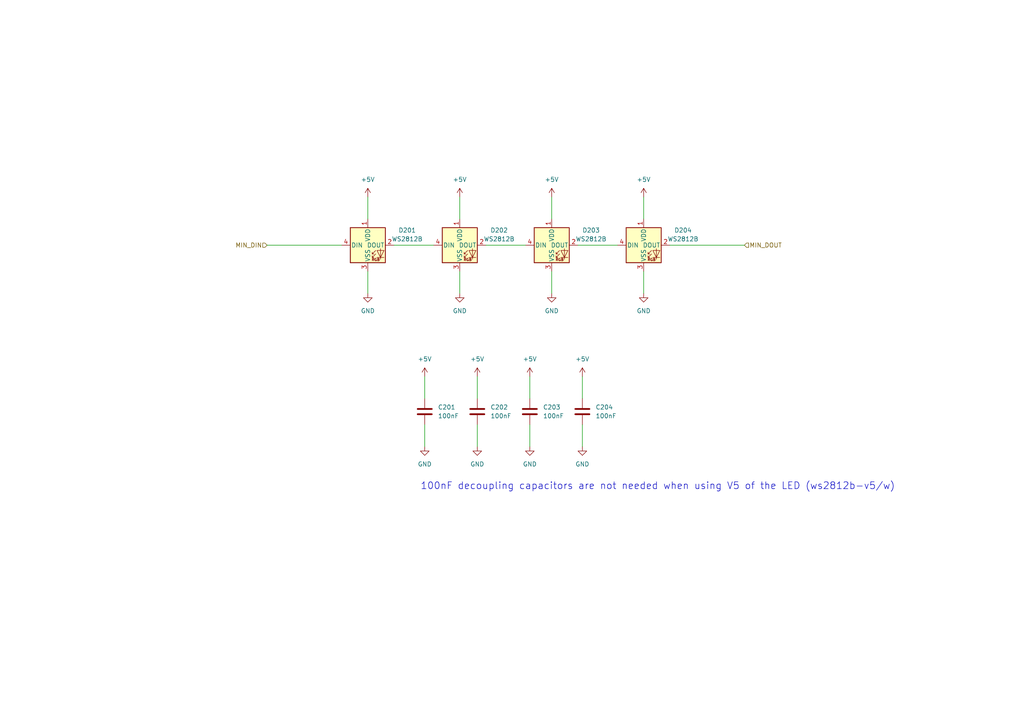
<source format=kicad_sch>
(kicad_sch (version 20211123) (generator eeschema)

  (uuid d04e2883-51ee-4ef0-93e6-204c98d44f20)

  (paper "A4")

  (title_block
    (title "Wordclock Minute LEDs")
    (date "2022-08-28")
    (rev "2.1")
    (company "matty337s")
    (comment 1 "minutes between 5 minute intervals.")
    (comment 2 "4x LEDs on controller board for displaying ")
  )

  (lib_symbols
    (symbol "Device:C" (pin_numbers hide) (pin_names (offset 0.254)) (in_bom yes) (on_board yes)
      (property "Reference" "C" (id 0) (at 0.635 2.54 0)
        (effects (font (size 1.27 1.27)) (justify left))
      )
      (property "Value" "C" (id 1) (at 0.635 -2.54 0)
        (effects (font (size 1.27 1.27)) (justify left))
      )
      (property "Footprint" "" (id 2) (at 0.9652 -3.81 0)
        (effects (font (size 1.27 1.27)) hide)
      )
      (property "Datasheet" "~" (id 3) (at 0 0 0)
        (effects (font (size 1.27 1.27)) hide)
      )
      (property "ki_keywords" "cap capacitor" (id 4) (at 0 0 0)
        (effects (font (size 1.27 1.27)) hide)
      )
      (property "ki_description" "Unpolarized capacitor" (id 5) (at 0 0 0)
        (effects (font (size 1.27 1.27)) hide)
      )
      (property "ki_fp_filters" "C_*" (id 6) (at 0 0 0)
        (effects (font (size 1.27 1.27)) hide)
      )
      (symbol "C_0_1"
        (polyline
          (pts
            (xy -2.032 -0.762)
            (xy 2.032 -0.762)
          )
          (stroke (width 0.508) (type default) (color 0 0 0 0))
          (fill (type none))
        )
        (polyline
          (pts
            (xy -2.032 0.762)
            (xy 2.032 0.762)
          )
          (stroke (width 0.508) (type default) (color 0 0 0 0))
          (fill (type none))
        )
      )
      (symbol "C_1_1"
        (pin passive line (at 0 3.81 270) (length 2.794)
          (name "~" (effects (font (size 1.27 1.27))))
          (number "1" (effects (font (size 1.27 1.27))))
        )
        (pin passive line (at 0 -3.81 90) (length 2.794)
          (name "~" (effects (font (size 1.27 1.27))))
          (number "2" (effects (font (size 1.27 1.27))))
        )
      )
    )
    (symbol "LED:WS2812B" (pin_names (offset 0.254)) (in_bom yes) (on_board yes)
      (property "Reference" "D" (id 0) (at 5.08 5.715 0)
        (effects (font (size 1.27 1.27)) (justify right bottom))
      )
      (property "Value" "WS2812B" (id 1) (at 1.27 -5.715 0)
        (effects (font (size 1.27 1.27)) (justify left top))
      )
      (property "Footprint" "LED_SMD:LED_WS2812B_PLCC4_5.0x5.0mm_P3.2mm" (id 2) (at 1.27 -7.62 0)
        (effects (font (size 1.27 1.27)) (justify left top) hide)
      )
      (property "Datasheet" "https://cdn-shop.adafruit.com/datasheets/WS2812B.pdf" (id 3) (at 2.54 -9.525 0)
        (effects (font (size 1.27 1.27)) (justify left top) hide)
      )
      (property "ki_keywords" "RGB LED NeoPixel addressable" (id 4) (at 0 0 0)
        (effects (font (size 1.27 1.27)) hide)
      )
      (property "ki_description" "RGB LED with integrated controller" (id 5) (at 0 0 0)
        (effects (font (size 1.27 1.27)) hide)
      )
      (property "ki_fp_filters" "LED*WS2812*PLCC*5.0x5.0mm*P3.2mm*" (id 6) (at 0 0 0)
        (effects (font (size 1.27 1.27)) hide)
      )
      (symbol "WS2812B_0_0"
        (text "RGB" (at 2.286 -4.191 0)
          (effects (font (size 0.762 0.762)))
        )
      )
      (symbol "WS2812B_0_1"
        (polyline
          (pts
            (xy 1.27 -3.556)
            (xy 1.778 -3.556)
          )
          (stroke (width 0) (type default) (color 0 0 0 0))
          (fill (type none))
        )
        (polyline
          (pts
            (xy 1.27 -2.54)
            (xy 1.778 -2.54)
          )
          (stroke (width 0) (type default) (color 0 0 0 0))
          (fill (type none))
        )
        (polyline
          (pts
            (xy 4.699 -3.556)
            (xy 2.667 -3.556)
          )
          (stroke (width 0) (type default) (color 0 0 0 0))
          (fill (type none))
        )
        (polyline
          (pts
            (xy 2.286 -2.54)
            (xy 1.27 -3.556)
            (xy 1.27 -3.048)
          )
          (stroke (width 0) (type default) (color 0 0 0 0))
          (fill (type none))
        )
        (polyline
          (pts
            (xy 2.286 -1.524)
            (xy 1.27 -2.54)
            (xy 1.27 -2.032)
          )
          (stroke (width 0) (type default) (color 0 0 0 0))
          (fill (type none))
        )
        (polyline
          (pts
            (xy 3.683 -1.016)
            (xy 3.683 -3.556)
            (xy 3.683 -4.064)
          )
          (stroke (width 0) (type default) (color 0 0 0 0))
          (fill (type none))
        )
        (polyline
          (pts
            (xy 4.699 -1.524)
            (xy 2.667 -1.524)
            (xy 3.683 -3.556)
            (xy 4.699 -1.524)
          )
          (stroke (width 0) (type default) (color 0 0 0 0))
          (fill (type none))
        )
        (rectangle (start 5.08 5.08) (end -5.08 -5.08)
          (stroke (width 0.254) (type default) (color 0 0 0 0))
          (fill (type background))
        )
      )
      (symbol "WS2812B_1_1"
        (pin power_in line (at 0 7.62 270) (length 2.54)
          (name "VDD" (effects (font (size 1.27 1.27))))
          (number "1" (effects (font (size 1.27 1.27))))
        )
        (pin output line (at 7.62 0 180) (length 2.54)
          (name "DOUT" (effects (font (size 1.27 1.27))))
          (number "2" (effects (font (size 1.27 1.27))))
        )
        (pin power_in line (at 0 -7.62 90) (length 2.54)
          (name "VSS" (effects (font (size 1.27 1.27))))
          (number "3" (effects (font (size 1.27 1.27))))
        )
        (pin input line (at -7.62 0 0) (length 2.54)
          (name "DIN" (effects (font (size 1.27 1.27))))
          (number "4" (effects (font (size 1.27 1.27))))
        )
      )
    )
    (symbol "power:+5V" (power) (pin_names (offset 0)) (in_bom yes) (on_board yes)
      (property "Reference" "#PWR" (id 0) (at 0 -3.81 0)
        (effects (font (size 1.27 1.27)) hide)
      )
      (property "Value" "+5V" (id 1) (at 0 3.556 0)
        (effects (font (size 1.27 1.27)))
      )
      (property "Footprint" "" (id 2) (at 0 0 0)
        (effects (font (size 1.27 1.27)) hide)
      )
      (property "Datasheet" "" (id 3) (at 0 0 0)
        (effects (font (size 1.27 1.27)) hide)
      )
      (property "ki_keywords" "power-flag" (id 4) (at 0 0 0)
        (effects (font (size 1.27 1.27)) hide)
      )
      (property "ki_description" "Power symbol creates a global label with name \"+5V\"" (id 5) (at 0 0 0)
        (effects (font (size 1.27 1.27)) hide)
      )
      (symbol "+5V_0_1"
        (polyline
          (pts
            (xy -0.762 1.27)
            (xy 0 2.54)
          )
          (stroke (width 0) (type default) (color 0 0 0 0))
          (fill (type none))
        )
        (polyline
          (pts
            (xy 0 0)
            (xy 0 2.54)
          )
          (stroke (width 0) (type default) (color 0 0 0 0))
          (fill (type none))
        )
        (polyline
          (pts
            (xy 0 2.54)
            (xy 0.762 1.27)
          )
          (stroke (width 0) (type default) (color 0 0 0 0))
          (fill (type none))
        )
      )
      (symbol "+5V_1_1"
        (pin power_in line (at 0 0 90) (length 0) hide
          (name "+5V" (effects (font (size 1.27 1.27))))
          (number "1" (effects (font (size 1.27 1.27))))
        )
      )
    )
    (symbol "power:GND" (power) (pin_names (offset 0)) (in_bom yes) (on_board yes)
      (property "Reference" "#PWR" (id 0) (at 0 -6.35 0)
        (effects (font (size 1.27 1.27)) hide)
      )
      (property "Value" "GND" (id 1) (at 0 -3.81 0)
        (effects (font (size 1.27 1.27)))
      )
      (property "Footprint" "" (id 2) (at 0 0 0)
        (effects (font (size 1.27 1.27)) hide)
      )
      (property "Datasheet" "" (id 3) (at 0 0 0)
        (effects (font (size 1.27 1.27)) hide)
      )
      (property "ki_keywords" "power-flag" (id 4) (at 0 0 0)
        (effects (font (size 1.27 1.27)) hide)
      )
      (property "ki_description" "Power symbol creates a global label with name \"GND\" , ground" (id 5) (at 0 0 0)
        (effects (font (size 1.27 1.27)) hide)
      )
      (symbol "GND_0_1"
        (polyline
          (pts
            (xy 0 0)
            (xy 0 -1.27)
            (xy 1.27 -1.27)
            (xy 0 -2.54)
            (xy -1.27 -1.27)
            (xy 0 -1.27)
          )
          (stroke (width 0) (type default) (color 0 0 0 0))
          (fill (type none))
        )
      )
      (symbol "GND_1_1"
        (pin power_in line (at 0 0 270) (length 0) hide
          (name "GND" (effects (font (size 1.27 1.27))))
          (number "1" (effects (font (size 1.27 1.27))))
        )
      )
    )
  )


  (wire (pts (xy 168.91 109.22) (xy 168.91 115.57))
    (stroke (width 0) (type default) (color 0 0 0 0))
    (uuid 0520f108-880d-4bdc-8fc0-e01e0f32b54c)
  )
  (wire (pts (xy 160.02 78.74) (xy 160.02 85.09))
    (stroke (width 0) (type default) (color 0 0 0 0))
    (uuid 18fd18f1-4c7d-4b84-a472-1a6987a5c6f9)
  )
  (wire (pts (xy 168.91 123.19) (xy 168.91 129.54))
    (stroke (width 0) (type default) (color 0 0 0 0))
    (uuid 1b012919-2af8-4ee6-8ca7-d0ea300ee41e)
  )
  (wire (pts (xy 123.19 123.19) (xy 123.19 129.54))
    (stroke (width 0) (type default) (color 0 0 0 0))
    (uuid 1d2f4d7d-39d0-41a9-ab10-e60579e48a19)
  )
  (wire (pts (xy 133.35 57.15) (xy 133.35 63.5))
    (stroke (width 0) (type default) (color 0 0 0 0))
    (uuid 34009457-8472-4a30-a567-bb3c09c7b0b6)
  )
  (wire (pts (xy 133.35 78.74) (xy 133.35 85.09))
    (stroke (width 0) (type default) (color 0 0 0 0))
    (uuid 3740439e-009c-4871-9efc-2ab20fe342b5)
  )
  (wire (pts (xy 194.31 71.12) (xy 215.9 71.12))
    (stroke (width 0) (type default) (color 0 0 0 0))
    (uuid 4a9f3b1c-d05b-46f5-9299-ff853ef77c94)
  )
  (wire (pts (xy 153.67 109.22) (xy 153.67 115.57))
    (stroke (width 0) (type default) (color 0 0 0 0))
    (uuid 580dcced-9894-492f-8ff1-ac98f0262b20)
  )
  (wire (pts (xy 140.97 71.12) (xy 152.4 71.12))
    (stroke (width 0) (type default) (color 0 0 0 0))
    (uuid 75e8891c-5455-49fb-a1c9-362ebf64b8e8)
  )
  (wire (pts (xy 153.67 123.19) (xy 153.67 129.54))
    (stroke (width 0) (type default) (color 0 0 0 0))
    (uuid 7f32c6b9-d20b-4ac9-8945-d21036419608)
  )
  (wire (pts (xy 160.02 57.15) (xy 160.02 63.5))
    (stroke (width 0) (type default) (color 0 0 0 0))
    (uuid 8a7157df-7850-42b5-ae19-26e98dfca2c0)
  )
  (wire (pts (xy 186.69 57.15) (xy 186.69 63.5))
    (stroke (width 0) (type default) (color 0 0 0 0))
    (uuid 8cc58fd6-3362-405a-918d-5bfbdfee53d8)
  )
  (wire (pts (xy 114.3 71.12) (xy 125.73 71.12))
    (stroke (width 0) (type default) (color 0 0 0 0))
    (uuid 9a31e2a8-d67e-4400-b658-ec34142150f8)
  )
  (wire (pts (xy 77.47 71.12) (xy 99.06 71.12))
    (stroke (width 0) (type default) (color 0 0 0 0))
    (uuid a60336f0-f5f8-460d-834e-f057182bb4bb)
  )
  (wire (pts (xy 167.64 71.12) (xy 179.07 71.12))
    (stroke (width 0) (type default) (color 0 0 0 0))
    (uuid a67a2301-7c26-490b-9686-9921c5c19bb4)
  )
  (wire (pts (xy 123.19 109.22) (xy 123.19 115.57))
    (stroke (width 0) (type default) (color 0 0 0 0))
    (uuid ab388110-4536-4eb2-8566-5964e50b9712)
  )
  (wire (pts (xy 106.68 78.74) (xy 106.68 85.09))
    (stroke (width 0) (type default) (color 0 0 0 0))
    (uuid ab422d1c-9501-4c7b-b73a-cf2dc7b0f73f)
  )
  (wire (pts (xy 138.43 123.19) (xy 138.43 129.54))
    (stroke (width 0) (type default) (color 0 0 0 0))
    (uuid afb374a6-586e-4bd9-a084-d03609b9cf5f)
  )
  (wire (pts (xy 186.69 78.74) (xy 186.69 85.09))
    (stroke (width 0) (type default) (color 0 0 0 0))
    (uuid bb845ed4-4c1d-4524-8069-4e2fec377243)
  )
  (wire (pts (xy 106.68 57.15) (xy 106.68 63.5))
    (stroke (width 0) (type default) (color 0 0 0 0))
    (uuid c2ee6910-40f0-4f4c-98be-139676538c78)
  )
  (wire (pts (xy 138.43 109.22) (xy 138.43 115.57))
    (stroke (width 0) (type default) (color 0 0 0 0))
    (uuid d6ba6752-5ebb-45aa-9e2f-6110259a58f5)
  )

  (text "100nF decoupling capacitors are not needed when using V5 of the LED (ws2812b-v5/w)"
    (at 121.92 142.24 0)
    (effects (font (size 2 2)) (justify left bottom))
    (uuid 8d4eced6-57c6-41ff-b149-3e1523752ff2)
  )

  (hierarchical_label "MIN_DOUT" (shape input) (at 215.9 71.12 0)
    (effects (font (size 1.27 1.27)) (justify left))
    (uuid 7a8eefaf-dffe-43e8-b870-a59b7691965b)
  )
  (hierarchical_label "MIN_DIN" (shape input) (at 77.47 71.12 180)
    (effects (font (size 1.27 1.27)) (justify right))
    (uuid e810430f-9503-48c4-b6ca-8da919b6409b)
  )

  (symbol (lib_id "LED:WS2812B") (at 106.68 71.12 0) (unit 1)
    (in_bom yes) (on_board yes) (fields_autoplaced)
    (uuid 04d3c887-fd58-4e8d-afff-a42961006f8f)
    (property "Reference" "D201" (id 0) (at 118.11 66.7893 0))
    (property "Value" "WS2812B" (id 1) (at 118.11 69.3293 0))
    (property "Footprint" "LED_SMD:LED_WS2812B_PLCC4_5.0x5.0mm_P3.2mm" (id 2) (at 107.95 78.74 0)
      (effects (font (size 1.27 1.27)) (justify left top) hide)
    )
    (property "Datasheet" "https://cdn-shop.adafruit.com/datasheets/WS2812B.pdf" (id 3) (at 109.22 80.645 0)
      (effects (font (size 1.27 1.27)) (justify left top) hide)
    )
    (property "LCSC" "C14663" (id 4) (at 118.11 66.7893 0)
      (effects (font (size 1.27 1.27)) hide)
    )
    (pin "1" (uuid 37c51b20-0a55-4727-a6e5-eb7f239d6b1c))
    (pin "2" (uuid ec7cf9c2-f528-4dbf-a2b9-a3aa0ddc963d))
    (pin "3" (uuid a969119f-cd91-43ec-a777-873038b2b7bc))
    (pin "4" (uuid 2e58766c-c9d2-4862-a9e3-66f4df86be4c))
  )

  (symbol (lib_id "power:GND") (at 168.91 129.54 0) (unit 1)
    (in_bom yes) (on_board yes) (fields_autoplaced)
    (uuid 189d77a7-c7dc-40b0-b845-23c04e78fe1d)
    (property "Reference" "#PWR0220" (id 0) (at 168.91 135.89 0)
      (effects (font (size 1.27 1.27)) hide)
    )
    (property "Value" "GND" (id 1) (at 168.91 134.62 0))
    (property "Footprint" "" (id 2) (at 168.91 129.54 0)
      (effects (font (size 1.27 1.27)) hide)
    )
    (property "Datasheet" "" (id 3) (at 168.91 129.54 0)
      (effects (font (size 1.27 1.27)) hide)
    )
    (property "LCSC" "C14663" (id 4) (at 168.91 135.89 0)
      (effects (font (size 1.27 1.27)) hide)
    )
    (pin "1" (uuid ae284463-0013-4d4b-a1a0-73c4e51d5290))
  )

  (symbol (lib_id "Device:C") (at 168.91 119.38 0) (unit 1)
    (in_bom yes) (on_board yes) (fields_autoplaced)
    (uuid 2069e9aa-98ae-443d-a59d-33869d20b980)
    (property "Reference" "C204" (id 0) (at 172.72 118.1099 0)
      (effects (font (size 1.27 1.27)) (justify left))
    )
    (property "Value" "100nF" (id 1) (at 172.72 120.6499 0)
      (effects (font (size 1.27 1.27)) (justify left))
    )
    (property "Footprint" "Capacitor_SMD:C_0603_1608Metric" (id 2) (at 169.8752 123.19 0)
      (effects (font (size 1.27 1.27)) hide)
    )
    (property "Datasheet" "~" (id 3) (at 168.91 119.38 0)
      (effects (font (size 1.27 1.27)) hide)
    )
    (property "LCSC" "C14663" (id 4) (at 172.72 118.1099 0)
      (effects (font (size 1.27 1.27)) hide)
    )
    (pin "1" (uuid 6e5c8879-c334-4b60-831f-f00d7a8d2254))
    (pin "2" (uuid a8e67272-894f-4830-97bd-531a2225f4d6))
  )

  (symbol (lib_id "power:GND") (at 133.35 85.09 0) (unit 1)
    (in_bom yes) (on_board yes) (fields_autoplaced)
    (uuid 215af695-e126-41c4-9f47-6796fc2d71dc)
    (property "Reference" "#PWR0210" (id 0) (at 133.35 91.44 0)
      (effects (font (size 1.27 1.27)) hide)
    )
    (property "Value" "GND" (id 1) (at 133.35 90.17 0))
    (property "Footprint" "" (id 2) (at 133.35 85.09 0)
      (effects (font (size 1.27 1.27)) hide)
    )
    (property "Datasheet" "" (id 3) (at 133.35 85.09 0)
      (effects (font (size 1.27 1.27)) hide)
    )
    (property "LCSC" "C14663" (id 4) (at 133.35 91.44 0)
      (effects (font (size 1.27 1.27)) hide)
    )
    (pin "1" (uuid ca1edcf1-79e0-4375-9c85-feb93ed8817d))
  )

  (symbol (lib_id "power:GND") (at 123.19 129.54 0) (unit 1)
    (in_bom yes) (on_board yes) (fields_autoplaced)
    (uuid 23485398-a1d6-4f01-9265-20df4efd65d6)
    (property "Reference" "#PWR0217" (id 0) (at 123.19 135.89 0)
      (effects (font (size 1.27 1.27)) hide)
    )
    (property "Value" "GND" (id 1) (at 123.19 134.62 0))
    (property "Footprint" "" (id 2) (at 123.19 129.54 0)
      (effects (font (size 1.27 1.27)) hide)
    )
    (property "Datasheet" "" (id 3) (at 123.19 129.54 0)
      (effects (font (size 1.27 1.27)) hide)
    )
    (property "LCSC" "C14663" (id 4) (at 123.19 135.89 0)
      (effects (font (size 1.27 1.27)) hide)
    )
    (pin "1" (uuid 7c1fe3cf-7545-4e5f-93a0-638828200982))
  )

  (symbol (lib_id "power:GND") (at 160.02 85.09 0) (unit 1)
    (in_bom yes) (on_board yes) (fields_autoplaced)
    (uuid 2edda5e4-ba6d-47b7-9ca6-a3b77474b002)
    (property "Reference" "#PWR0211" (id 0) (at 160.02 91.44 0)
      (effects (font (size 1.27 1.27)) hide)
    )
    (property "Value" "GND" (id 1) (at 160.02 90.17 0))
    (property "Footprint" "" (id 2) (at 160.02 85.09 0)
      (effects (font (size 1.27 1.27)) hide)
    )
    (property "Datasheet" "" (id 3) (at 160.02 85.09 0)
      (effects (font (size 1.27 1.27)) hide)
    )
    (property "LCSC" "C14663" (id 4) (at 160.02 91.44 0)
      (effects (font (size 1.27 1.27)) hide)
    )
    (pin "1" (uuid d9d88a92-f9b7-4db3-be77-0a3577e69260))
  )

  (symbol (lib_id "power:+5V") (at 160.02 57.15 0) (unit 1)
    (in_bom yes) (on_board yes) (fields_autoplaced)
    (uuid 3b42a118-6325-4aaa-a1de-bb8074a50b74)
    (property "Reference" "#PWR0203" (id 0) (at 160.02 60.96 0)
      (effects (font (size 1.27 1.27)) hide)
    )
    (property "Value" "+5V" (id 1) (at 160.02 52.07 0))
    (property "Footprint" "" (id 2) (at 160.02 57.15 0)
      (effects (font (size 1.27 1.27)) hide)
    )
    (property "Datasheet" "" (id 3) (at 160.02 57.15 0)
      (effects (font (size 1.27 1.27)) hide)
    )
    (property "LCSC" "C14663" (id 4) (at 160.02 60.96 0)
      (effects (font (size 1.27 1.27)) hide)
    )
    (pin "1" (uuid abf16f09-eee1-444f-8ab5-beba0ac092b5))
  )

  (symbol (lib_id "power:GND") (at 106.68 85.09 0) (unit 1)
    (in_bom yes) (on_board yes) (fields_autoplaced)
    (uuid 4497a361-d4eb-4a8f-a2db-ed22e0a154a6)
    (property "Reference" "#PWR0209" (id 0) (at 106.68 91.44 0)
      (effects (font (size 1.27 1.27)) hide)
    )
    (property "Value" "GND" (id 1) (at 106.68 90.17 0))
    (property "Footprint" "" (id 2) (at 106.68 85.09 0)
      (effects (font (size 1.27 1.27)) hide)
    )
    (property "Datasheet" "" (id 3) (at 106.68 85.09 0)
      (effects (font (size 1.27 1.27)) hide)
    )
    (property "LCSC" "C14663" (id 4) (at 106.68 91.44 0)
      (effects (font (size 1.27 1.27)) hide)
    )
    (pin "1" (uuid 79c87784-cc27-409a-8879-48ac171d4bb5))
  )

  (symbol (lib_id "LED:WS2812B") (at 133.35 71.12 0) (unit 1)
    (in_bom yes) (on_board yes) (fields_autoplaced)
    (uuid 56d157ff-0ebb-4456-8b5a-5bd1ca45689f)
    (property "Reference" "D202" (id 0) (at 144.78 66.7893 0))
    (property "Value" "WS2812B" (id 1) (at 144.78 69.3293 0))
    (property "Footprint" "LED_SMD:LED_WS2812B_PLCC4_5.0x5.0mm_P3.2mm" (id 2) (at 134.62 78.74 0)
      (effects (font (size 1.27 1.27)) (justify left top) hide)
    )
    (property "Datasheet" "https://cdn-shop.adafruit.com/datasheets/WS2812B.pdf" (id 3) (at 135.89 80.645 0)
      (effects (font (size 1.27 1.27)) (justify left top) hide)
    )
    (property "LCSC" "C14663" (id 4) (at 144.78 66.7893 0)
      (effects (font (size 1.27 1.27)) hide)
    )
    (pin "1" (uuid f5647e46-9a43-4d1b-becd-55c3762fa31f))
    (pin "2" (uuid 06729a9b-4220-4eaa-8fb0-1b8566eb5cbc))
    (pin "3" (uuid 92d70718-aa86-4a18-b315-6545dbdc429a))
    (pin "4" (uuid 69912514-1ce7-441f-93e2-db08134b81e1))
  )

  (symbol (lib_id "power:GND") (at 186.69 85.09 0) (unit 1)
    (in_bom yes) (on_board yes) (fields_autoplaced)
    (uuid 71097da8-8a12-4a13-8bce-8cfee32d9211)
    (property "Reference" "#PWR0212" (id 0) (at 186.69 91.44 0)
      (effects (font (size 1.27 1.27)) hide)
    )
    (property "Value" "GND" (id 1) (at 186.69 90.17 0))
    (property "Footprint" "" (id 2) (at 186.69 85.09 0)
      (effects (font (size 1.27 1.27)) hide)
    )
    (property "Datasheet" "" (id 3) (at 186.69 85.09 0)
      (effects (font (size 1.27 1.27)) hide)
    )
    (property "LCSC" "C14663" (id 4) (at 186.69 91.44 0)
      (effects (font (size 1.27 1.27)) hide)
    )
    (pin "1" (uuid df22b6a0-f5ef-4e5f-a6d2-a31670a8211a))
  )

  (symbol (lib_id "Device:C") (at 153.67 119.38 0) (unit 1)
    (in_bom yes) (on_board yes) (fields_autoplaced)
    (uuid 7515e520-cd30-4a93-81ca-a2c63df58958)
    (property "Reference" "C203" (id 0) (at 157.48 118.1099 0)
      (effects (font (size 1.27 1.27)) (justify left))
    )
    (property "Value" "100nF" (id 1) (at 157.48 120.6499 0)
      (effects (font (size 1.27 1.27)) (justify left))
    )
    (property "Footprint" "Capacitor_SMD:C_0603_1608Metric" (id 2) (at 154.6352 123.19 0)
      (effects (font (size 1.27 1.27)) hide)
    )
    (property "Datasheet" "~" (id 3) (at 153.67 119.38 0)
      (effects (font (size 1.27 1.27)) hide)
    )
    (property "LCSC" "C14663" (id 4) (at 157.48 118.1099 0)
      (effects (font (size 1.27 1.27)) hide)
    )
    (pin "1" (uuid 3ca89267-adeb-4595-a5bc-fcb18aff6137))
    (pin "2" (uuid 16250f3e-eb9b-4246-868d-5e79afee7ac8))
  )

  (symbol (lib_id "power:+5V") (at 123.19 109.22 0) (unit 1)
    (in_bom yes) (on_board yes) (fields_autoplaced)
    (uuid 7a3f1ac8-9f79-4d14-a112-de91b309dcdd)
    (property "Reference" "#PWR0213" (id 0) (at 123.19 113.03 0)
      (effects (font (size 1.27 1.27)) hide)
    )
    (property "Value" "+5V" (id 1) (at 123.19 104.14 0))
    (property "Footprint" "" (id 2) (at 123.19 109.22 0)
      (effects (font (size 1.27 1.27)) hide)
    )
    (property "Datasheet" "" (id 3) (at 123.19 109.22 0)
      (effects (font (size 1.27 1.27)) hide)
    )
    (property "LCSC" "C14663" (id 4) (at 123.19 113.03 0)
      (effects (font (size 1.27 1.27)) hide)
    )
    (pin "1" (uuid 696100f0-98ce-422e-a5d6-567d6abd1d81))
  )

  (symbol (lib_id "power:+5V") (at 153.67 109.22 0) (unit 1)
    (in_bom yes) (on_board yes) (fields_autoplaced)
    (uuid 7b164c91-a932-4e4a-924b-026f83dfe515)
    (property "Reference" "#PWR0215" (id 0) (at 153.67 113.03 0)
      (effects (font (size 1.27 1.27)) hide)
    )
    (property "Value" "+5V" (id 1) (at 153.67 104.14 0))
    (property "Footprint" "" (id 2) (at 153.67 109.22 0)
      (effects (font (size 1.27 1.27)) hide)
    )
    (property "Datasheet" "" (id 3) (at 153.67 109.22 0)
      (effects (font (size 1.27 1.27)) hide)
    )
    (property "LCSC" "C14663" (id 4) (at 153.67 113.03 0)
      (effects (font (size 1.27 1.27)) hide)
    )
    (pin "1" (uuid d603bda3-1014-4f18-9a3e-7e0e25f6fb6a))
  )

  (symbol (lib_id "power:GND") (at 138.43 129.54 0) (unit 1)
    (in_bom yes) (on_board yes) (fields_autoplaced)
    (uuid 7d7a7aea-7f84-4a31-b2b3-ddf6f126a5c8)
    (property "Reference" "#PWR0218" (id 0) (at 138.43 135.89 0)
      (effects (font (size 1.27 1.27)) hide)
    )
    (property "Value" "GND" (id 1) (at 138.43 134.62 0))
    (property "Footprint" "" (id 2) (at 138.43 129.54 0)
      (effects (font (size 1.27 1.27)) hide)
    )
    (property "Datasheet" "" (id 3) (at 138.43 129.54 0)
      (effects (font (size 1.27 1.27)) hide)
    )
    (property "LCSC" "C14663" (id 4) (at 138.43 135.89 0)
      (effects (font (size 1.27 1.27)) hide)
    )
    (pin "1" (uuid bcb6b314-5b36-49a6-a87c-fa8e4deefd80))
  )

  (symbol (lib_id "Device:C") (at 138.43 119.38 0) (unit 1)
    (in_bom yes) (on_board yes) (fields_autoplaced)
    (uuid 90c7f0e9-3df5-4944-aee5-2512f5c52618)
    (property "Reference" "C202" (id 0) (at 142.24 118.1099 0)
      (effects (font (size 1.27 1.27)) (justify left))
    )
    (property "Value" "100nF" (id 1) (at 142.24 120.6499 0)
      (effects (font (size 1.27 1.27)) (justify left))
    )
    (property "Footprint" "Capacitor_SMD:C_0603_1608Metric" (id 2) (at 139.3952 123.19 0)
      (effects (font (size 1.27 1.27)) hide)
    )
    (property "Datasheet" "~" (id 3) (at 138.43 119.38 0)
      (effects (font (size 1.27 1.27)) hide)
    )
    (property "LCSC" "C14663" (id 4) (at 142.24 118.1099 0)
      (effects (font (size 1.27 1.27)) hide)
    )
    (pin "1" (uuid 4dc05082-13f5-4eaa-9785-4cb48323ff8b))
    (pin "2" (uuid a5ce03c3-3a1c-40e6-830b-7a5581ad03c6))
  )

  (symbol (lib_id "power:+5V") (at 168.91 109.22 0) (unit 1)
    (in_bom yes) (on_board yes) (fields_autoplaced)
    (uuid 9bc5fb1d-9985-42af-982d-340335cdedb3)
    (property "Reference" "#PWR0216" (id 0) (at 168.91 113.03 0)
      (effects (font (size 1.27 1.27)) hide)
    )
    (property "Value" "+5V" (id 1) (at 168.91 104.14 0))
    (property "Footprint" "" (id 2) (at 168.91 109.22 0)
      (effects (font (size 1.27 1.27)) hide)
    )
    (property "Datasheet" "" (id 3) (at 168.91 109.22 0)
      (effects (font (size 1.27 1.27)) hide)
    )
    (property "LCSC" "C14663" (id 4) (at 168.91 113.03 0)
      (effects (font (size 1.27 1.27)) hide)
    )
    (pin "1" (uuid 2ba8e3db-cb77-436d-be54-2f7de20cf7a7))
  )

  (symbol (lib_id "Device:C") (at 123.19 119.38 0) (unit 1)
    (in_bom yes) (on_board yes) (fields_autoplaced)
    (uuid ac062ff3-287a-41f8-a974-1984e74ea3ab)
    (property "Reference" "C201" (id 0) (at 127 118.1099 0)
      (effects (font (size 1.27 1.27)) (justify left))
    )
    (property "Value" "100nF" (id 1) (at 127 120.6499 0)
      (effects (font (size 1.27 1.27)) (justify left))
    )
    (property "Footprint" "Capacitor_SMD:C_0603_1608Metric" (id 2) (at 124.1552 123.19 0)
      (effects (font (size 1.27 1.27)) hide)
    )
    (property "Datasheet" "~" (id 3) (at 123.19 119.38 0)
      (effects (font (size 1.27 1.27)) hide)
    )
    (property "LCSC" "C14663" (id 4) (at 127 118.1099 0)
      (effects (font (size 1.27 1.27)) hide)
    )
    (pin "1" (uuid 763a8ac4-32c4-4735-99a3-ad91d6d9ff14))
    (pin "2" (uuid 31661a0e-1491-413b-954a-1bcd23432c00))
  )

  (symbol (lib_id "LED:WS2812B") (at 160.02 71.12 0) (unit 1)
    (in_bom yes) (on_board yes) (fields_autoplaced)
    (uuid b82dff72-74b7-4dc1-ba41-8be3c3fd3e87)
    (property "Reference" "D203" (id 0) (at 171.45 66.7893 0))
    (property "Value" "WS2812B" (id 1) (at 171.45 69.3293 0))
    (property "Footprint" "LED_SMD:LED_WS2812B_PLCC4_5.0x5.0mm_P3.2mm" (id 2) (at 161.29 78.74 0)
      (effects (font (size 1.27 1.27)) (justify left top) hide)
    )
    (property "Datasheet" "https://cdn-shop.adafruit.com/datasheets/WS2812B.pdf" (id 3) (at 162.56 80.645 0)
      (effects (font (size 1.27 1.27)) (justify left top) hide)
    )
    (property "LCSC" "C14663" (id 4) (at 171.45 66.7893 0)
      (effects (font (size 1.27 1.27)) hide)
    )
    (pin "1" (uuid 41438aa6-c80a-45a3-8bb1-15947670dd5b))
    (pin "2" (uuid dfeea304-d753-4ae1-9a5e-36cccc1bfd2a))
    (pin "3" (uuid 5933dbb4-22f5-42a1-ac1b-d61498fa06b2))
    (pin "4" (uuid 66ea4b6a-6e47-4bb8-8b6b-43ded574c722))
  )

  (symbol (lib_id "power:+5V") (at 186.69 57.15 0) (unit 1)
    (in_bom yes) (on_board yes) (fields_autoplaced)
    (uuid bfc71b4a-ebd5-4d82-8c0d-ba092b2ce513)
    (property "Reference" "#PWR0204" (id 0) (at 186.69 60.96 0)
      (effects (font (size 1.27 1.27)) hide)
    )
    (property "Value" "+5V" (id 1) (at 186.69 52.07 0))
    (property "Footprint" "" (id 2) (at 186.69 57.15 0)
      (effects (font (size 1.27 1.27)) hide)
    )
    (property "Datasheet" "" (id 3) (at 186.69 57.15 0)
      (effects (font (size 1.27 1.27)) hide)
    )
    (property "LCSC" "C14663" (id 4) (at 186.69 60.96 0)
      (effects (font (size 1.27 1.27)) hide)
    )
    (pin "1" (uuid a5a33ea2-691d-4ae1-ac35-6817142c2d93))
  )

  (symbol (lib_id "power:+5V") (at 106.68 57.15 0) (unit 1)
    (in_bom yes) (on_board yes) (fields_autoplaced)
    (uuid cbba2013-bdfe-40ff-8bd1-7afc36bd9c0d)
    (property "Reference" "#PWR0201" (id 0) (at 106.68 60.96 0)
      (effects (font (size 1.27 1.27)) hide)
    )
    (property "Value" "+5V" (id 1) (at 106.68 52.07 0))
    (property "Footprint" "" (id 2) (at 106.68 57.15 0)
      (effects (font (size 1.27 1.27)) hide)
    )
    (property "Datasheet" "" (id 3) (at 106.68 57.15 0)
      (effects (font (size 1.27 1.27)) hide)
    )
    (property "LCSC" "C14663" (id 4) (at 106.68 60.96 0)
      (effects (font (size 1.27 1.27)) hide)
    )
    (pin "1" (uuid 7c9c1662-b620-494a-b99e-ba1eb98b703d))
  )

  (symbol (lib_id "LED:WS2812B") (at 186.69 71.12 0) (unit 1)
    (in_bom yes) (on_board yes) (fields_autoplaced)
    (uuid cc21cb26-40b2-45ed-8a47-912305cafa36)
    (property "Reference" "D204" (id 0) (at 198.12 66.7893 0))
    (property "Value" "WS2812B" (id 1) (at 198.12 69.3293 0))
    (property "Footprint" "LED_SMD:LED_WS2812B_PLCC4_5.0x5.0mm_P3.2mm" (id 2) (at 187.96 78.74 0)
      (effects (font (size 1.27 1.27)) (justify left top) hide)
    )
    (property "Datasheet" "https://cdn-shop.adafruit.com/datasheets/WS2812B.pdf" (id 3) (at 189.23 80.645 0)
      (effects (font (size 1.27 1.27)) (justify left top) hide)
    )
    (property "LCSC" "C14663" (id 4) (at 198.12 66.7893 0)
      (effects (font (size 1.27 1.27)) hide)
    )
    (pin "1" (uuid c0d8fd72-2961-4bbf-961e-110aafbb09bd))
    (pin "2" (uuid 562be946-8178-45ec-a010-d39d7f623c15))
    (pin "3" (uuid a032501d-f19a-485b-b33b-5f531417060b))
    (pin "4" (uuid 4439551d-f086-4085-b45b-6baf5f386aa2))
  )

  (symbol (lib_id "power:+5V") (at 133.35 57.15 0) (unit 1)
    (in_bom yes) (on_board yes) (fields_autoplaced)
    (uuid d95ca79e-d76d-4fd5-8945-21eb87a4f1b0)
    (property "Reference" "#PWR0202" (id 0) (at 133.35 60.96 0)
      (effects (font (size 1.27 1.27)) hide)
    )
    (property "Value" "+5V" (id 1) (at 133.35 52.07 0))
    (property "Footprint" "" (id 2) (at 133.35 57.15 0)
      (effects (font (size 1.27 1.27)) hide)
    )
    (property "Datasheet" "" (id 3) (at 133.35 57.15 0)
      (effects (font (size 1.27 1.27)) hide)
    )
    (property "LCSC" "C14663" (id 4) (at 133.35 60.96 0)
      (effects (font (size 1.27 1.27)) hide)
    )
    (pin "1" (uuid 141ccd8e-379d-4335-812d-ff1e8eb1a24e))
  )

  (symbol (lib_id "power:+5V") (at 138.43 109.22 0) (unit 1)
    (in_bom yes) (on_board yes) (fields_autoplaced)
    (uuid da08ced3-1040-48fb-8d8e-922ef709f207)
    (property "Reference" "#PWR0214" (id 0) (at 138.43 113.03 0)
      (effects (font (size 1.27 1.27)) hide)
    )
    (property "Value" "+5V" (id 1) (at 138.43 104.14 0))
    (property "Footprint" "" (id 2) (at 138.43 109.22 0)
      (effects (font (size 1.27 1.27)) hide)
    )
    (property "Datasheet" "" (id 3) (at 138.43 109.22 0)
      (effects (font (size 1.27 1.27)) hide)
    )
    (property "LCSC" "C14663" (id 4) (at 138.43 113.03 0)
      (effects (font (size 1.27 1.27)) hide)
    )
    (pin "1" (uuid bfda9a87-6a84-4234-bc7f-400ed3ed393d))
  )

  (symbol (lib_id "power:GND") (at 153.67 129.54 0) (unit 1)
    (in_bom yes) (on_board yes) (fields_autoplaced)
    (uuid ffc53cdf-0843-42ea-9e65-7e3f3817815c)
    (property "Reference" "#PWR0219" (id 0) (at 153.67 135.89 0)
      (effects (font (size 1.27 1.27)) hide)
    )
    (property "Value" "GND" (id 1) (at 153.67 134.62 0))
    (property "Footprint" "" (id 2) (at 153.67 129.54 0)
      (effects (font (size 1.27 1.27)) hide)
    )
    (property "Datasheet" "" (id 3) (at 153.67 129.54 0)
      (effects (font (size 1.27 1.27)) hide)
    )
    (property "LCSC" "C14663" (id 4) (at 153.67 135.89 0)
      (effects (font (size 1.27 1.27)) hide)
    )
    (pin "1" (uuid dcd84233-709a-48fc-bc42-bdb0039dc4c1))
  )
)

</source>
